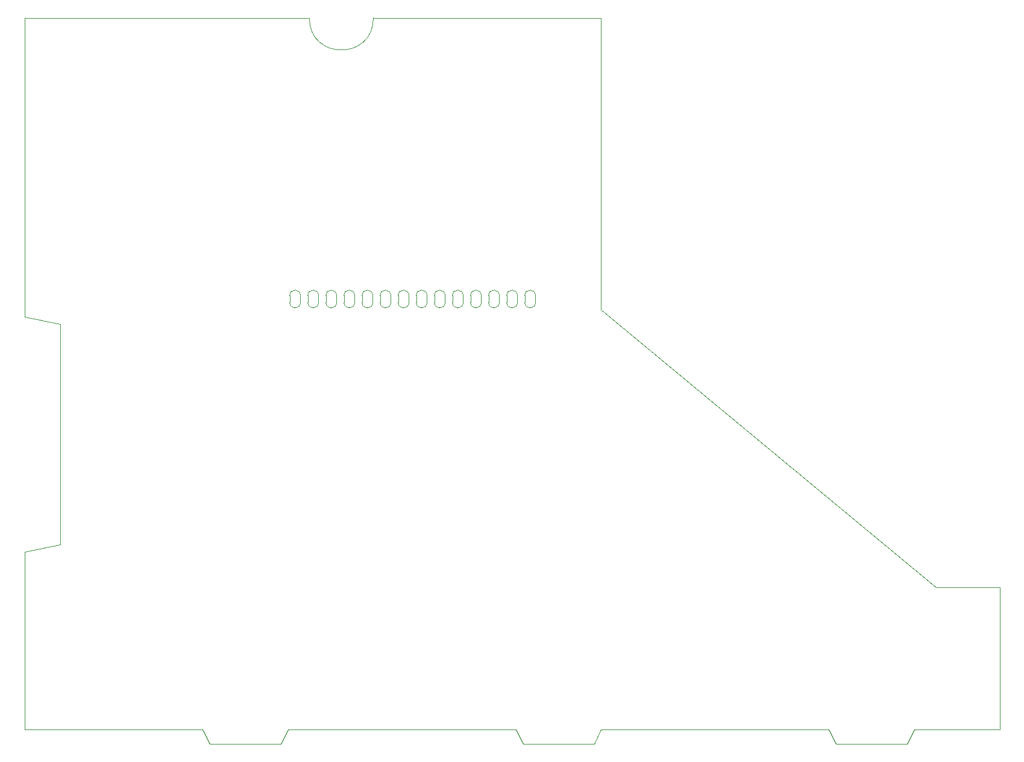
<source format=gm1>
G04 #@! TF.GenerationSoftware,KiCad,Pcbnew,(5.1.7)-1*
G04 #@! TF.CreationDate,2022-05-13T22:16:48+02:00*
G04 #@! TF.ProjectId,Anzeige-Modul,416e7a65-6967-4652-9d4d-6f64756c2e6b,rev?*
G04 #@! TF.SameCoordinates,Original*
G04 #@! TF.FileFunction,Profile,NP*
%FSLAX46Y46*%
G04 Gerber Fmt 4.6, Leading zero omitted, Abs format (unit mm)*
G04 Created by KiCad (PCBNEW (5.1.7)-1) date 2022-05-13 22:16:48*
%MOMM*%
%LPD*%
G01*
G04 APERTURE LIST*
G04 #@! TA.AperFunction,Profile*
%ADD10C,0.050000*%
G04 #@! TD*
G04 APERTURE END LIST*
D10*
X84270000Y-53000000D02*
G75*
G02*
X85770000Y-53000000I750000J0D01*
G01*
X85770000Y-54000000D02*
G75*
G02*
X84270000Y-54000000I-750000J0D01*
G01*
X85770000Y-54000000D02*
X85770000Y-53000000D01*
X84270000Y-54000000D02*
X84270000Y-53000000D01*
X19000000Y-57000000D02*
X19000000Y-88000000D01*
X14000000Y-56000000D02*
X19000000Y-57000000D01*
X19000000Y-88000000D02*
X14000000Y-89000000D01*
X14000000Y-114000000D02*
X14000000Y-89000000D01*
X51250000Y-53000000D02*
X51250000Y-54000000D01*
X52750000Y-53000000D02*
X52750000Y-54000000D01*
X53790000Y-53000000D02*
X53790000Y-54000000D01*
X55290000Y-53000000D02*
X55290000Y-54000000D01*
X56330000Y-53000000D02*
X56330000Y-54000000D01*
X57830000Y-53000000D02*
X57830000Y-54000000D01*
X58870000Y-53000000D02*
X58870000Y-54000000D01*
X60370000Y-53000000D02*
X60370000Y-54000000D01*
X61410000Y-53000000D02*
X61410000Y-54000000D01*
X62910000Y-53000000D02*
X62910000Y-54000000D01*
X63950000Y-53000000D02*
X63950000Y-54000000D01*
X65450000Y-53000000D02*
X65450000Y-54000000D01*
X66490000Y-53000000D02*
X66490000Y-54000000D01*
X67990000Y-53000000D02*
X67990000Y-54000000D01*
X69030000Y-53000000D02*
X69030000Y-54000000D01*
X70530000Y-53000000D02*
X70530000Y-54000000D01*
X71570000Y-53000000D02*
X71570000Y-54000000D01*
X73070000Y-53000000D02*
X73070000Y-54000000D01*
X74110000Y-53000000D02*
X74110000Y-54000000D01*
X75610000Y-53000000D02*
X75610000Y-54000000D01*
X76650000Y-53000000D02*
X76650000Y-54000000D01*
X78150000Y-53000000D02*
X78150000Y-54000000D01*
X79190000Y-53000000D02*
X79190000Y-54000000D01*
X80690000Y-53000000D02*
X80690000Y-54000000D01*
X51250000Y-53000000D02*
G75*
G02*
X52750000Y-53000000I750000J0D01*
G01*
X53790000Y-53000000D02*
G75*
G02*
X55290000Y-53000000I750000J0D01*
G01*
X56330000Y-53000000D02*
G75*
G02*
X57830000Y-53000000I750000J0D01*
G01*
X58870000Y-53000000D02*
G75*
G02*
X60370000Y-53000000I750000J0D01*
G01*
X61410000Y-53000000D02*
G75*
G02*
X62910000Y-53000000I750000J0D01*
G01*
X63950000Y-53000000D02*
G75*
G02*
X65450000Y-53000000I750000J0D01*
G01*
X66490000Y-53000000D02*
G75*
G02*
X67990000Y-53000000I750000J0D01*
G01*
X69030000Y-53000000D02*
G75*
G02*
X70530000Y-53000000I750000J0D01*
G01*
X71570000Y-53000000D02*
G75*
G02*
X73070000Y-53000000I750000J0D01*
G01*
X74110000Y-53000000D02*
G75*
G02*
X75610000Y-53000000I750000J0D01*
G01*
X76650000Y-53000000D02*
G75*
G02*
X78150000Y-53000000I750000J0D01*
G01*
X79190000Y-53000000D02*
G75*
G02*
X80690000Y-53000000I750000J0D01*
G01*
X52750000Y-54000000D02*
G75*
G02*
X51250000Y-54000000I-750000J0D01*
G01*
X55290000Y-54000000D02*
G75*
G02*
X53790000Y-54000000I-750000J0D01*
G01*
X57830000Y-54000000D02*
G75*
G02*
X56330000Y-54000000I-750000J0D01*
G01*
X60370000Y-54000000D02*
G75*
G02*
X58870000Y-54000000I-750000J0D01*
G01*
X62910000Y-54000000D02*
G75*
G02*
X61410000Y-54000000I-750000J0D01*
G01*
X65450000Y-54000000D02*
G75*
G02*
X63950000Y-54000000I-750000J0D01*
G01*
X67990000Y-54000000D02*
G75*
G02*
X66490000Y-54000000I-750000J0D01*
G01*
X70530000Y-54000000D02*
G75*
G02*
X69030000Y-54000000I-750000J0D01*
G01*
X73070000Y-54000000D02*
G75*
G02*
X71570000Y-54000000I-750000J0D01*
G01*
X75610000Y-54000000D02*
G75*
G02*
X74110000Y-54000000I-750000J0D01*
G01*
X78150000Y-54000000D02*
G75*
G02*
X76650000Y-54000000I-750000J0D01*
G01*
X80690000Y-54000000D02*
G75*
G02*
X79190000Y-54000000I-750000J0D01*
G01*
X81730000Y-53000000D02*
G75*
G02*
X83230000Y-53000000I750000J0D01*
G01*
X81730000Y-54000000D02*
X81730000Y-53000000D01*
X83230000Y-54000000D02*
X83230000Y-53000000D01*
X83230000Y-54000000D02*
G75*
G02*
X81730000Y-54000000I-750000J0D01*
G01*
X63000000Y-14000000D02*
G75*
G02*
X54000000Y-14000000I-4500000J0D01*
G01*
X138000000Y-116000000D02*
X139000000Y-114000000D01*
X128000000Y-116000000D02*
X138000000Y-116000000D01*
X127000000Y-114000000D02*
X128000000Y-116000000D01*
X94000000Y-116000000D02*
X95000000Y-114000000D01*
X84000000Y-116000000D02*
X94000000Y-116000000D01*
X83000000Y-114000000D02*
X84000000Y-116000000D01*
X40000000Y-116000000D02*
X50000000Y-116000000D01*
X51000000Y-114000000D02*
X50000000Y-116000000D01*
X39000000Y-114000000D02*
X40000000Y-116000000D01*
X95000000Y-14000000D02*
X63000000Y-14000000D01*
X14000000Y-14000000D02*
X54000000Y-14000000D01*
X14000000Y-14000000D02*
X14000000Y-56000000D01*
X142000000Y-94000000D02*
X95000000Y-55000000D01*
X151000000Y-94000000D02*
X142000000Y-94000000D01*
X139000000Y-114000000D02*
X151000000Y-114000000D01*
X95000000Y-114000000D02*
X127000000Y-114000000D01*
X51000000Y-114000000D02*
X83000000Y-114000000D01*
X14000000Y-114000000D02*
X39000000Y-114000000D01*
X151000000Y-114000000D02*
X151000000Y-94000000D01*
X95000000Y-14000000D02*
X95000000Y-55000000D01*
M02*

</source>
